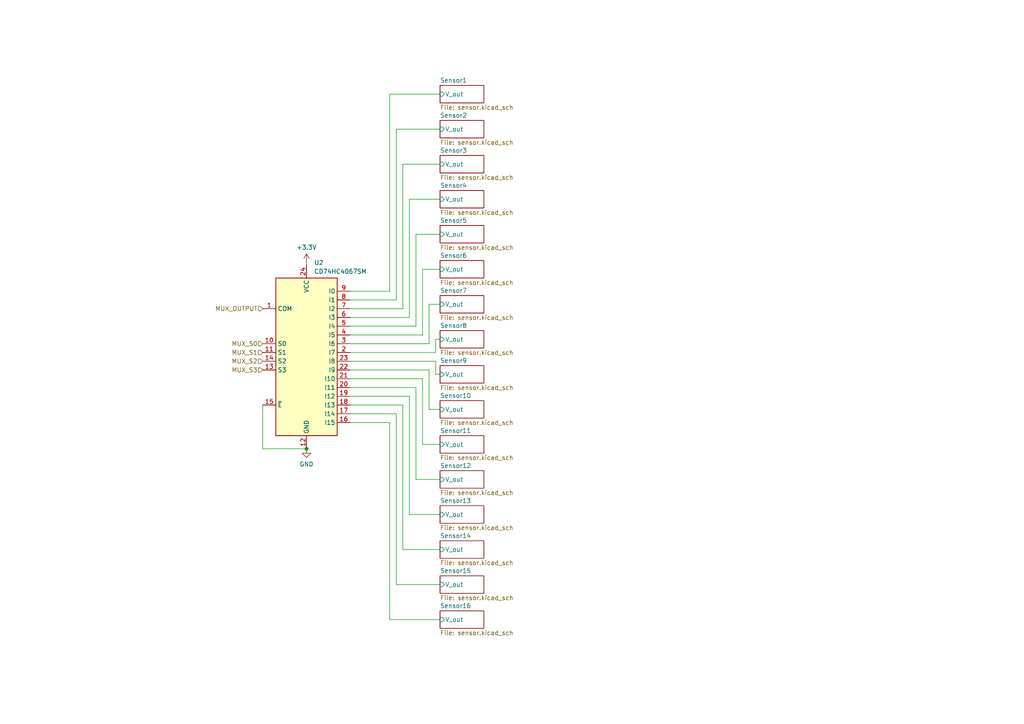
<source format=kicad_sch>
(kicad_sch (version 20230121) (generator eeschema)
  (paper "A4")
  (lib_symbols
    (symbol "74xx:CD74HC4067SM"
      (property "Reference" "U" (at -8.89 22.86 0))
      (property "Value" "CD74HC4067SM" (at 1.27 22.86 0))
      (symbol "CD74HC4067SM_0_1"
        (rectangle (start -8.89 21.59) (end 8.89 -24.13) (stroke (width 0.254)) (fill (type background)))
      )
      (symbol "CD74HC4067SM_1_1"
        (pin passive line (at -12.7 12.7 0) (length 3.81) (name "COM") (number "1"))
        (pin input line (at -12.7 2.54 0) (length 3.81) (name "S0") (number "10"))
        (pin input line (at -12.7 0 0) (length 3.81) (name "S1") (number "11"))
        (pin power_in line (at 0 -27.94 90) (length 3.81) (name "GND") (number "12"))
        (pin input line (at -12.7 -5.08 0) (length 3.81) (name "S3") (number "13"))
        (pin input line (at -12.7 -2.54 0) (length 3.81) (name "S2") (number "14"))
        (pin input line (at -12.7 -15.24 0) (length 3.81) (name "~{E}") (number "15"))
        (pin passive line (at 12.7 -20.32 180) (length 3.81) (name "I15") (number "16"))
        (pin passive line (at 12.7 -17.78 180) (length 3.81) (name "I14") (number "17"))
        (pin passive line (at 12.7 -15.24 180) (length 3.81) (name "I13") (number "18"))
        (pin passive line (at 12.7 -12.7 180) (length 3.81) (name "I12") (number "19"))
        (pin passive line (at 12.7 0 180) (length 3.81) (name "I7") (number "2"))
        (pin passive line (at 12.7 -10.16 180) (length 3.81) (name "I11") (number "20"))
        (pin passive line (at 12.7 -7.62 180) (length 3.81) (name "I10") (number "21"))
        (pin passive line (at 12.7 -5.08 180) (length 3.81) (name "I9") (number "22"))
        (pin passive line (at 12.7 -2.54 180) (length 3.81) (name "I8") (number "23"))
        (pin power_in line (at 0 25.4 270) (length 3.81) (name "VCC") (number "24"))
        (pin passive line (at 12.7 2.54 180) (length 3.81) (name "I6") (number "3"))
        (pin passive line (at 12.7 5.08 180) (length 3.81) (name "I5") (number "4"))
        (pin passive line (at 12.7 7.62 180) (length 3.81) (name "I4") (number "5"))
        (pin passive line (at 12.7 10.16 180) (length 3.81) (name "I3") (number "6"))
        (pin passive line (at 12.7 12.7 180) (length 3.81) (name "I2") (number "7"))
        (pin passive line (at 12.7 15.24 180) (length 3.81) (name "I1") (number "8"))
        (pin passive line (at 12.7 17.78 180) (length 3.81) (name "I0") (number "9"))
      )
    )
    (symbol "power:+3.3V" (power) (pin_names (offset 0))
      (property "Value" "+3.3V" (at 0 3.556 0))
      (symbol "+3.3V_0_1"
        (polyline (pts (xy -0.762 1.27) (xy 0 2.54)))
        (polyline (pts (xy 0 0) (xy 0 2.54)))
        (polyline (pts (xy 0 2.54) (xy 0.762 1.27)))
      )
      (symbol "+3.3V_1_1"
        (pin power_in line (at 0 0 90) (length 0) hide (name "+3.3V") (number "1"))
      )
    )
    (symbol "power:GND" (power) (pin_names (offset 0))
      (property "Value" "GND" (at 0 -3.81 0))
      (symbol "GND_0_1"
        (polyline (pts (xy 0 0) (xy 0 -1.27) (xy 1.27 -1.27) (xy 0 -2.54) (xy -1.27 -1.27) (xy 0 -1.27)))
      )
      (symbol "GND_1_1"
        (pin power_in line (at 0 0 270) (length 0) hide (name "GND") (number "1"))
      )
    )
  )
  (junction (at 88.9 130.175))
  (wire (pts (xy 101.6 84.455) (xy 113.03 84.455)))
  (wire (pts (xy 114.935 169.545) (xy 127.635 169.545)))
  (wire (pts (xy 101.6 92.075) (xy 118.745 92.075)))
  (wire (pts (xy 126.365 104.775) (xy 101.6 104.775)))
  (wire (pts (xy 118.745 57.785) (xy 127.635 57.785)))
  (wire (pts (xy 120.65 112.395) (xy 120.65 139.065)))
  (wire (pts (xy 118.745 149.225) (xy 127.635 149.225)))
  (wire (pts (xy 76.2 130.175) (xy 88.9 130.175)))
  (wire (pts (xy 113.03 27.305) (xy 127.635 27.305)))
  (wire (pts (xy 122.555 109.855) (xy 122.555 128.905)))
  (wire (pts (xy 88.9 76.2) (xy 88.9 76.835)))
  (wire (pts (xy 101.6 117.475) (xy 116.84 117.475)))
  (wire (pts (xy 101.6 102.235) (xy 126.365 102.235)))
  (wire (pts (xy 114.935 37.465) (xy 127.635 37.465)))
  (wire (pts (xy 101.6 114.935) (xy 118.745 114.935)))
  (wire (pts (xy 101.6 107.315) (xy 124.46 107.315)))
  (wire (pts (xy 113.03 122.555) (xy 113.03 179.705)))
  (wire (pts (xy 126.365 102.235) (xy 126.365 98.425)))
  (wire (pts (xy 116.84 89.535) (xy 116.84 47.625)))
  (wire (pts (xy 120.65 94.615) (xy 120.65 67.945)))
  (wire (pts (xy 101.6 112.395) (xy 120.65 112.395)))
  (wire (pts (xy 101.6 99.695) (xy 124.46 99.695)))
  (wire (pts (xy 113.03 84.455) (xy 113.03 27.305)))
  (wire (pts (xy 101.6 86.995) (xy 114.935 86.995)))
  (wire (pts (xy 116.84 159.385) (xy 127.635 159.385)))
  (wire (pts (xy 122.555 128.905) (xy 127.635 128.905)))
  (wire (pts (xy 114.935 120.015) (xy 114.935 169.545)))
  (wire (pts (xy 118.745 114.935) (xy 118.745 149.225)))
  (wire (pts (xy 122.555 97.155) (xy 122.555 78.105)))
  (wire (pts (xy 116.84 47.625) (xy 127.635 47.625)))
  (wire (pts (xy 114.935 86.995) (xy 114.935 37.465)))
  (wire (pts (xy 118.745 92.075) (xy 118.745 57.785)))
  (wire (pts (xy 101.6 122.555) (xy 113.03 122.555)))
  (wire (pts (xy 120.65 67.945) (xy 127.635 67.945)))
  (wire (pts (xy 126.365 98.425) (xy 127.635 98.425)))
  (wire (pts (xy 122.555 78.105) (xy 127.635 78.105)))
  (wire (pts (xy 101.6 89.535) (xy 116.84 89.535)))
  (wire (pts (xy 101.6 94.615) (xy 120.65 94.615)))
  (wire (pts (xy 101.6 109.855) (xy 122.555 109.855)))
  (wire (pts (xy 124.46 88.265) (xy 127.635 88.265)))
  (wire (pts (xy 126.365 108.585) (xy 126.365 104.775)))
  (wire (pts (xy 124.46 99.695) (xy 124.46 88.265)))
  (wire (pts (xy 116.84 117.475) (xy 116.84 159.385)))
  (wire (pts (xy 76.2 117.475) (xy 76.2 130.175)))
  (wire (pts (xy 113.03 179.705) (xy 127.635 179.705)))
  (wire (pts (xy 120.65 139.065) (xy 127.635 139.065)))
  (wire (pts (xy 127.635 108.585) (xy 126.365 108.585)))
  (wire (pts (xy 101.6 120.015) (xy 114.935 120.015)))
  (wire (pts (xy 101.6 97.155) (xy 122.555 97.155)))
  (wire (pts (xy 124.46 107.315) (xy 124.46 118.745)))
  (wire (pts (xy 124.46 118.745) (xy 127.635 118.745)))
  (hierarchical_label "MUX_S1" (shape input) (at 76.2 102.235 180))
  (hierarchical_label "MUX_OUTPUT" (shape input) (at 76.2 89.535 180))
  (hierarchical_label "MUX_S2" (shape input) (at 76.2 104.775 180))
  (hierarchical_label "MUX_S0" (shape input) (at 76.2 99.695 180))
  (hierarchical_label "MUX_S3" (shape input) (at 76.2 107.315 180))
  (symbol (lib_id "74xx:CD74HC4067SM") (at 88.9 102.235 0) (unit 1)
    (property "Reference" "U2" (at 91.0941 76.2 0) (effects (justify left)))
    (property "Value" "CD74HC4067SM" (at 91.0941 78.74 0) (effects (justify left)))
    (property "Footprint" "Package_SO:SSOP-24_5.3x8.2mm_P0.65mm" (effects hide))
    (property "Datasheet" "http://www.ti.com/lit/ds/symlink/cd74hc4067.pdf" (effects hide))
    (instances (project "finalhe" (path "" (reference "U2") (unit 1)) (path "" (reference "U3") (unit 1)) (path "" (reference "U4") (unit 1))))
  )
  (symbol (lib_id "power:+3.3V") (at 88.9 76.2 0) (unit 1)
    (property "Reference" "#PWR058" (effects hide))
    (property "Value" "+3.3V" (at 88.9 71.755 0))
    (instances (project "finalhe" (path "" (reference "#PWR058") (unit 1)) (path "" (reference "#PWR062") (unit 1)) (path "" (reference "#PWR0113") (unit 1))))
  )
  (symbol (lib_id "power:GND") (at 88.9 130.175 0) (unit 1)
    (property "Reference" "#PWR060" (effects hide))
    (property "Value" "GND" (at 88.9 134.62 0))
    (instances (project "finalhe" (path "" (reference "#PWR060") (unit 1)) (path "" (reference "#PWR063") (unit 1)) (path "" (reference "#PWR0114") (unit 1))))
  )
  (sheet (at 127.635 177.165) (size 12.7 5.08) (stroke (width 0.1524))
    (property "Sheetname" "Sensor16" (at 127.635 176.4534 0) (effects (justify left bottom)))
    (property "Sheetfile" "sensor.kicad_sch" (at 127.635 182.8296 0) (effects (justify left top)))
    (pin "V_out" input (at 127.635 179.705 180))
  )
  (sheet (at 127.635 106.045) (size 12.7 5.08) (stroke (width 0.1524))
    (property "Sheetname" "Sensor9" (at 127.635 105.3334 0) (effects (justify left bottom)))
    (property "Sheetfile" "sensor.kicad_sch" (at 127.635 111.7096 0) (effects (justify left top)))
    (pin "V_out" input (at 127.635 108.585 180))
  )
  (sheet (at 127.635 34.925) (size 12.7 5.08) (stroke (width 0.1524))
    (property "Sheetname" "Sensor2" (at 127.635 34.2134 0) (effects (justify left bottom)))
    (property "Sheetfile" "sensor.kicad_sch" (at 127.635 40.5896 0) (effects (justify left top)))
    (pin "V_out" input (at 127.635 37.465 180))
  )
  (sheet (at 127.635 95.885) (size 12.7 5.08) (stroke (width 0.1524))
    (property "Sheetname" "Sensor8" (at 127.635 95.1734 0) (effects (justify left bottom)))
    (property "Sheetfile" "sensor.kicad_sch" (at 127.635 101.5496 0) (effects (justify left top)))
    (pin "V_out" input (at 127.635 98.425 180))
  )
  (sheet (at 127.635 167.005) (size 12.7 5.08) (stroke (width 0.1524))
    (property "Sheetname" "Sensor15" (at 127.635 166.2934 0) (effects (justify left bottom)))
    (property "Sheetfile" "sensor.kicad_sch" (at 127.635 172.6696 0) (effects (justify left top)))
    (pin "V_out" input (at 127.635 169.545 180))
  )
  (sheet (at 127.635 156.845) (size 12.7 5.08) (stroke (width 0.1524))
    (property "Sheetname" "Sensor14" (at 127.635 156.1334 0) (effects (justify left bottom)))
    (property "Sheetfile" "sensor.kicad_sch" (at 127.635 162.5096 0) (effects (justify left top)))
    (pin "V_out" input (at 127.635 159.385 180))
  )
  (sheet (at 127.635 55.245) (size 12.7 5.08) (stroke (width 0.1524))
    (property "Sheetname" "Sensor4" (at 127.635 54.5334 0) (effects (justify left bottom)))
    (property "Sheetfile" "sensor.kicad_sch" (at 127.635 60.9096 0) (effects (justify left top)))
    (pin "V_out" input (at 127.635 57.785 180))
  )
  (sheet (at 127.635 45.085) (size 12.7 5.08) (stroke (width 0.1524))
    (property "Sheetname" "Sensor3" (at 127.635 44.3734 0) (effects (justify left bottom)))
    (property "Sheetfile" "sensor.kicad_sch" (at 127.635 50.7496 0) (effects (justify left top)))
    (pin "V_out" input (at 127.635 47.625 180))
  )
  (sheet (at 127.635 126.365) (size 12.7 5.08) (stroke (width 0.1524))
    (property "Sheetname" "Sensor11" (at 127.635 125.6534 0) (effects (justify left bottom)))
    (property "Sheetfile" "sensor.kicad_sch" (at 127.635 132.0296 0) (effects (justify left top)))
    (pin "V_out" input (at 127.635 128.905 180))
  )
  (sheet (at 127.635 24.765) (size 12.7 5.08) (stroke (width 0.1524))
    (property "Sheetname" "Sensor1" (at 127.635 24.0534 0) (effects (justify left bottom)))
    (property "Sheetfile" "sensor.kicad_sch" (at 127.635 30.4296 0) (effects (justify left top)))
    (pin "V_out" input (at 127.635 27.305 180))
  )
  (sheet (at 127.635 85.725) (size 12.7 5.08) (stroke (width 0.1524))
    (property "Sheetname" "Sensor7" (at 127.635 85.0134 0) (effects (justify left bottom)))
    (property "Sheetfile" "sensor.kicad_sch" (at 127.635 91.3896 0) (effects (justify left top)))
    (pin "V_out" input (at 127.635 88.265 180))
  )
  (sheet (at 127.635 65.405) (size 12.7 5.08) (stroke (width 0.1524))
    (property "Sheetname" "Sensor5" (at 127.635 64.6934 0) (effects (justify left bottom)))
    (property "Sheetfile" "sensor.kicad_sch" (at 127.635 71.0696 0) (effects (justify left top)))
    (pin "V_out" input (at 127.635 67.945 180))
  )
  (sheet (at 127.635 116.205) (size 12.7 5.08) (stroke (width 0.1524))
    (property "Sheetname" "Sensor10" (at 127.635 115.4934 0) (effects (justify left bottom)))
    (property "Sheetfile" "sensor.kicad_sch" (at 127.635 121.8696 0) (effects (justify left top)))
    (pin "V_out" input (at 127.635 118.745 180))
  )
  (sheet (at 127.635 146.685) (size 12.7 5.08) (stroke (width 0.1524))
    (property "Sheetname" "Sensor13" (at 127.635 145.9734 0) (effects (justify left bottom)))
    (property "Sheetfile" "sensor.kicad_sch" (at 127.635 152.3496 0) (effects (justify left top)))
    (pin "V_out" input (at 127.635 149.225 180))
  )
  (sheet (at 127.635 136.525) (size 12.7 5.08) (stroke (width 0.1524))
    (property "Sheetname" "Sensor12" (at 127.635 135.8134 0) (effects (justify left bottom)))
    (property "Sheetfile" "sensor.kicad_sch" (at 127.635 142.1896 0) (effects (justify left top)))
    (pin "V_out" input (at 127.635 139.065 180))
  )
  (sheet (at 127.635 75.565) (size 12.7 5.08) (stroke (width 0.1524))
    (property "Sheetname" "Sensor6" (at 127.635 74.8534 0) (effects (justify left bottom)))
    (property "Sheetfile" "sensor.kicad_sch" (at 127.635 81.2296 0) (effects (justify left top)))
    (pin "V_out" input (at 127.635 78.105 180))
  )
)
</source>
